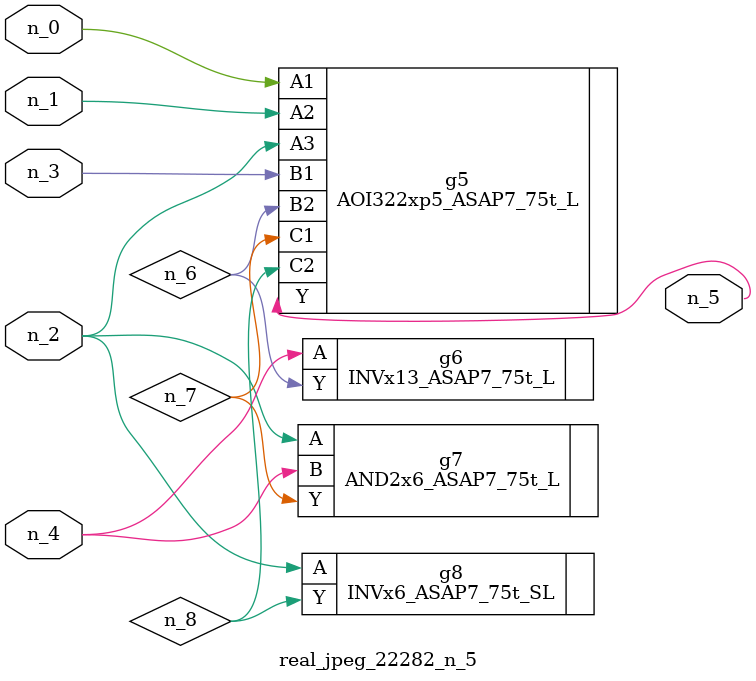
<source format=v>
module real_jpeg_22282_n_5 (n_4, n_0, n_1, n_2, n_3, n_5);

input n_4;
input n_0;
input n_1;
input n_2;
input n_3;

output n_5;

wire n_8;
wire n_6;
wire n_7;

AOI322xp5_ASAP7_75t_L g5 ( 
.A1(n_0),
.A2(n_1),
.A3(n_2),
.B1(n_3),
.B2(n_6),
.C1(n_7),
.C2(n_8),
.Y(n_5)
);

AND2x6_ASAP7_75t_L g7 ( 
.A(n_2),
.B(n_4),
.Y(n_7)
);

INVx6_ASAP7_75t_SL g8 ( 
.A(n_2),
.Y(n_8)
);

INVx13_ASAP7_75t_L g6 ( 
.A(n_4),
.Y(n_6)
);


endmodule
</source>
